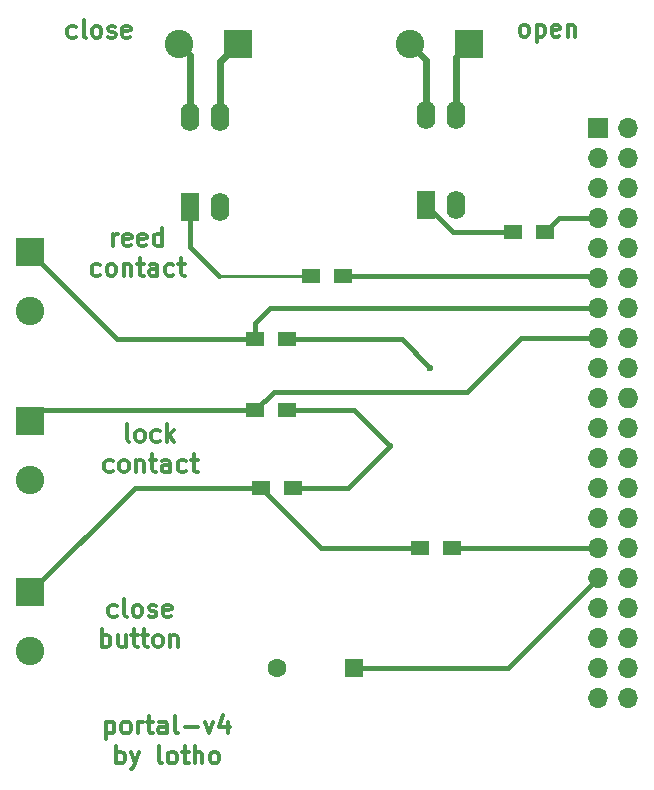
<source format=gtl>
G04 #@! TF.FileFunction,Copper,L1,Top,Signal*
%FSLAX46Y46*%
G04 Gerber Fmt 4.6, Leading zero omitted, Abs format (unit mm)*
G04 Created by KiCad (PCBNEW 4.0.7) date Fri Feb  2 23:20:03 2018*
%MOMM*%
%LPD*%
G01*
G04 APERTURE LIST*
%ADD10C,0.100000*%
%ADD11C,0.300000*%
%ADD12R,1.700000X1.700000*%
%ADD13O,1.700000X1.700000*%
%ADD14O,1.727200X1.727200*%
%ADD15R,1.600000X1.600000*%
%ADD16C,1.600000*%
%ADD17R,2.413000X2.413000*%
%ADD18C,2.413000*%
%ADD19R,1.500000X1.300000*%
%ADD20R,1.600000X2.400000*%
%ADD21O,1.600000X2.400000*%
%ADD22C,0.600000*%
%ADD23C,0.400000*%
%ADD24C,0.250000*%
%ADD25C,0.600000*%
G04 APERTURE END LIST*
D10*
D11*
X123308515Y-61795743D02*
X123165658Y-61867171D01*
X122879944Y-61867171D01*
X122737086Y-61795743D01*
X122665658Y-61724314D01*
X122594229Y-61581457D01*
X122594229Y-61152886D01*
X122665658Y-61010029D01*
X122737086Y-60938600D01*
X122879944Y-60867171D01*
X123165658Y-60867171D01*
X123308515Y-60938600D01*
X124165658Y-61867171D02*
X124022800Y-61795743D01*
X123951372Y-61652886D01*
X123951372Y-60367171D01*
X124951372Y-61867171D02*
X124808514Y-61795743D01*
X124737086Y-61724314D01*
X124665657Y-61581457D01*
X124665657Y-61152886D01*
X124737086Y-61010029D01*
X124808514Y-60938600D01*
X124951372Y-60867171D01*
X125165657Y-60867171D01*
X125308514Y-60938600D01*
X125379943Y-61010029D01*
X125451372Y-61152886D01*
X125451372Y-61581457D01*
X125379943Y-61724314D01*
X125308514Y-61795743D01*
X125165657Y-61867171D01*
X124951372Y-61867171D01*
X126022800Y-61795743D02*
X126165657Y-61867171D01*
X126451372Y-61867171D01*
X126594229Y-61795743D01*
X126665657Y-61652886D01*
X126665657Y-61581457D01*
X126594229Y-61438600D01*
X126451372Y-61367171D01*
X126237086Y-61367171D01*
X126094229Y-61295743D01*
X126022800Y-61152886D01*
X126022800Y-61081457D01*
X126094229Y-60938600D01*
X126237086Y-60867171D01*
X126451372Y-60867171D01*
X126594229Y-60938600D01*
X127879943Y-61795743D02*
X127737086Y-61867171D01*
X127451372Y-61867171D01*
X127308515Y-61795743D01*
X127237086Y-61652886D01*
X127237086Y-61081457D01*
X127308515Y-60938600D01*
X127451372Y-60867171D01*
X127737086Y-60867171D01*
X127879943Y-60938600D01*
X127951372Y-61081457D01*
X127951372Y-61224314D01*
X127237086Y-61367171D01*
X161164058Y-61765571D02*
X161021200Y-61694143D01*
X160949772Y-61622714D01*
X160878343Y-61479857D01*
X160878343Y-61051286D01*
X160949772Y-60908429D01*
X161021200Y-60837000D01*
X161164058Y-60765571D01*
X161378343Y-60765571D01*
X161521200Y-60837000D01*
X161592629Y-60908429D01*
X161664058Y-61051286D01*
X161664058Y-61479857D01*
X161592629Y-61622714D01*
X161521200Y-61694143D01*
X161378343Y-61765571D01*
X161164058Y-61765571D01*
X162306915Y-60765571D02*
X162306915Y-62265571D01*
X162306915Y-60837000D02*
X162449772Y-60765571D01*
X162735486Y-60765571D01*
X162878343Y-60837000D01*
X162949772Y-60908429D01*
X163021201Y-61051286D01*
X163021201Y-61479857D01*
X162949772Y-61622714D01*
X162878343Y-61694143D01*
X162735486Y-61765571D01*
X162449772Y-61765571D01*
X162306915Y-61694143D01*
X164235486Y-61694143D02*
X164092629Y-61765571D01*
X163806915Y-61765571D01*
X163664058Y-61694143D01*
X163592629Y-61551286D01*
X163592629Y-60979857D01*
X163664058Y-60837000D01*
X163806915Y-60765571D01*
X164092629Y-60765571D01*
X164235486Y-60837000D01*
X164306915Y-60979857D01*
X164306915Y-61122714D01*
X163592629Y-61265571D01*
X164949772Y-60765571D02*
X164949772Y-61765571D01*
X164949772Y-60908429D02*
X165021200Y-60837000D01*
X165164058Y-60765571D01*
X165378343Y-60765571D01*
X165521200Y-60837000D01*
X165592629Y-60979857D01*
X165592629Y-61765571D01*
X125860029Y-119764771D02*
X125860029Y-121264771D01*
X125860029Y-119836200D02*
X126002886Y-119764771D01*
X126288600Y-119764771D01*
X126431457Y-119836200D01*
X126502886Y-119907629D01*
X126574315Y-120050486D01*
X126574315Y-120479057D01*
X126502886Y-120621914D01*
X126431457Y-120693343D01*
X126288600Y-120764771D01*
X126002886Y-120764771D01*
X125860029Y-120693343D01*
X127431458Y-120764771D02*
X127288600Y-120693343D01*
X127217172Y-120621914D01*
X127145743Y-120479057D01*
X127145743Y-120050486D01*
X127217172Y-119907629D01*
X127288600Y-119836200D01*
X127431458Y-119764771D01*
X127645743Y-119764771D01*
X127788600Y-119836200D01*
X127860029Y-119907629D01*
X127931458Y-120050486D01*
X127931458Y-120479057D01*
X127860029Y-120621914D01*
X127788600Y-120693343D01*
X127645743Y-120764771D01*
X127431458Y-120764771D01*
X128574315Y-120764771D02*
X128574315Y-119764771D01*
X128574315Y-120050486D02*
X128645743Y-119907629D01*
X128717172Y-119836200D01*
X128860029Y-119764771D01*
X129002886Y-119764771D01*
X129288600Y-119764771D02*
X129860029Y-119764771D01*
X129502886Y-119264771D02*
X129502886Y-120550486D01*
X129574314Y-120693343D01*
X129717172Y-120764771D01*
X129860029Y-120764771D01*
X131002886Y-120764771D02*
X131002886Y-119979057D01*
X130931457Y-119836200D01*
X130788600Y-119764771D01*
X130502886Y-119764771D01*
X130360029Y-119836200D01*
X131002886Y-120693343D02*
X130860029Y-120764771D01*
X130502886Y-120764771D01*
X130360029Y-120693343D01*
X130288600Y-120550486D01*
X130288600Y-120407629D01*
X130360029Y-120264771D01*
X130502886Y-120193343D01*
X130860029Y-120193343D01*
X131002886Y-120121914D01*
X131931458Y-120764771D02*
X131788600Y-120693343D01*
X131717172Y-120550486D01*
X131717172Y-119264771D01*
X132502886Y-120193343D02*
X133645743Y-120193343D01*
X134217172Y-119764771D02*
X134574315Y-120764771D01*
X134931457Y-119764771D01*
X136145743Y-119764771D02*
X136145743Y-120764771D01*
X135788600Y-119193343D02*
X135431457Y-120264771D01*
X136360029Y-120264771D01*
X126717172Y-123314771D02*
X126717172Y-121814771D01*
X126717172Y-122386200D02*
X126860029Y-122314771D01*
X127145743Y-122314771D01*
X127288600Y-122386200D01*
X127360029Y-122457629D01*
X127431458Y-122600486D01*
X127431458Y-123029057D01*
X127360029Y-123171914D01*
X127288600Y-123243343D01*
X127145743Y-123314771D01*
X126860029Y-123314771D01*
X126717172Y-123243343D01*
X127931458Y-122314771D02*
X128288601Y-123314771D01*
X128645743Y-122314771D02*
X128288601Y-123314771D01*
X128145743Y-123671914D01*
X128074315Y-123743343D01*
X127931458Y-123814771D01*
X130574315Y-123314771D02*
X130431457Y-123243343D01*
X130360029Y-123100486D01*
X130360029Y-121814771D01*
X131360029Y-123314771D02*
X131217171Y-123243343D01*
X131145743Y-123171914D01*
X131074314Y-123029057D01*
X131074314Y-122600486D01*
X131145743Y-122457629D01*
X131217171Y-122386200D01*
X131360029Y-122314771D01*
X131574314Y-122314771D01*
X131717171Y-122386200D01*
X131788600Y-122457629D01*
X131860029Y-122600486D01*
X131860029Y-123029057D01*
X131788600Y-123171914D01*
X131717171Y-123243343D01*
X131574314Y-123314771D01*
X131360029Y-123314771D01*
X132288600Y-122314771D02*
X132860029Y-122314771D01*
X132502886Y-121814771D02*
X132502886Y-123100486D01*
X132574314Y-123243343D01*
X132717172Y-123314771D01*
X132860029Y-123314771D01*
X133360029Y-123314771D02*
X133360029Y-121814771D01*
X134002886Y-123314771D02*
X134002886Y-122529057D01*
X133931457Y-122386200D01*
X133788600Y-122314771D01*
X133574315Y-122314771D01*
X133431457Y-122386200D01*
X133360029Y-122457629D01*
X134931458Y-123314771D02*
X134788600Y-123243343D01*
X134717172Y-123171914D01*
X134645743Y-123029057D01*
X134645743Y-122600486D01*
X134717172Y-122457629D01*
X134788600Y-122386200D01*
X134931458Y-122314771D01*
X135145743Y-122314771D01*
X135288600Y-122386200D01*
X135360029Y-122457629D01*
X135431458Y-122600486D01*
X135431458Y-123029057D01*
X135360029Y-123171914D01*
X135288600Y-123243343D01*
X135145743Y-123314771D01*
X134931458Y-123314771D01*
X126452572Y-79464371D02*
X126452572Y-78464371D01*
X126452572Y-78750086D02*
X126524000Y-78607229D01*
X126595429Y-78535800D01*
X126738286Y-78464371D01*
X126881143Y-78464371D01*
X127952571Y-79392943D02*
X127809714Y-79464371D01*
X127524000Y-79464371D01*
X127381143Y-79392943D01*
X127309714Y-79250086D01*
X127309714Y-78678657D01*
X127381143Y-78535800D01*
X127524000Y-78464371D01*
X127809714Y-78464371D01*
X127952571Y-78535800D01*
X128024000Y-78678657D01*
X128024000Y-78821514D01*
X127309714Y-78964371D01*
X129238285Y-79392943D02*
X129095428Y-79464371D01*
X128809714Y-79464371D01*
X128666857Y-79392943D01*
X128595428Y-79250086D01*
X128595428Y-78678657D01*
X128666857Y-78535800D01*
X128809714Y-78464371D01*
X129095428Y-78464371D01*
X129238285Y-78535800D01*
X129309714Y-78678657D01*
X129309714Y-78821514D01*
X128595428Y-78964371D01*
X130595428Y-79464371D02*
X130595428Y-77964371D01*
X130595428Y-79392943D02*
X130452571Y-79464371D01*
X130166857Y-79464371D01*
X130023999Y-79392943D01*
X129952571Y-79321514D01*
X129881142Y-79178657D01*
X129881142Y-78750086D01*
X129952571Y-78607229D01*
X130023999Y-78535800D01*
X130166857Y-78464371D01*
X130452571Y-78464371D01*
X130595428Y-78535800D01*
X125345429Y-81942943D02*
X125202572Y-82014371D01*
X124916858Y-82014371D01*
X124774000Y-81942943D01*
X124702572Y-81871514D01*
X124631143Y-81728657D01*
X124631143Y-81300086D01*
X124702572Y-81157229D01*
X124774000Y-81085800D01*
X124916858Y-81014371D01*
X125202572Y-81014371D01*
X125345429Y-81085800D01*
X126202572Y-82014371D02*
X126059714Y-81942943D01*
X125988286Y-81871514D01*
X125916857Y-81728657D01*
X125916857Y-81300086D01*
X125988286Y-81157229D01*
X126059714Y-81085800D01*
X126202572Y-81014371D01*
X126416857Y-81014371D01*
X126559714Y-81085800D01*
X126631143Y-81157229D01*
X126702572Y-81300086D01*
X126702572Y-81728657D01*
X126631143Y-81871514D01*
X126559714Y-81942943D01*
X126416857Y-82014371D01*
X126202572Y-82014371D01*
X127345429Y-81014371D02*
X127345429Y-82014371D01*
X127345429Y-81157229D02*
X127416857Y-81085800D01*
X127559715Y-81014371D01*
X127774000Y-81014371D01*
X127916857Y-81085800D01*
X127988286Y-81228657D01*
X127988286Y-82014371D01*
X128488286Y-81014371D02*
X129059715Y-81014371D01*
X128702572Y-80514371D02*
X128702572Y-81800086D01*
X128774000Y-81942943D01*
X128916858Y-82014371D01*
X129059715Y-82014371D01*
X130202572Y-82014371D02*
X130202572Y-81228657D01*
X130131143Y-81085800D01*
X129988286Y-81014371D01*
X129702572Y-81014371D01*
X129559715Y-81085800D01*
X130202572Y-81942943D02*
X130059715Y-82014371D01*
X129702572Y-82014371D01*
X129559715Y-81942943D01*
X129488286Y-81800086D01*
X129488286Y-81657229D01*
X129559715Y-81514371D01*
X129702572Y-81442943D01*
X130059715Y-81442943D01*
X130202572Y-81371514D01*
X131559715Y-81942943D02*
X131416858Y-82014371D01*
X131131144Y-82014371D01*
X130988286Y-81942943D01*
X130916858Y-81871514D01*
X130845429Y-81728657D01*
X130845429Y-81300086D01*
X130916858Y-81157229D01*
X130988286Y-81085800D01*
X131131144Y-81014371D01*
X131416858Y-81014371D01*
X131559715Y-81085800D01*
X131988286Y-81014371D02*
X132559715Y-81014371D01*
X132202572Y-80514371D02*
X132202572Y-81800086D01*
X132274000Y-81942943D01*
X132416858Y-82014371D01*
X132559715Y-82014371D01*
X126762915Y-110812743D02*
X126620058Y-110884171D01*
X126334344Y-110884171D01*
X126191486Y-110812743D01*
X126120058Y-110741314D01*
X126048629Y-110598457D01*
X126048629Y-110169886D01*
X126120058Y-110027029D01*
X126191486Y-109955600D01*
X126334344Y-109884171D01*
X126620058Y-109884171D01*
X126762915Y-109955600D01*
X127620058Y-110884171D02*
X127477200Y-110812743D01*
X127405772Y-110669886D01*
X127405772Y-109384171D01*
X128405772Y-110884171D02*
X128262914Y-110812743D01*
X128191486Y-110741314D01*
X128120057Y-110598457D01*
X128120057Y-110169886D01*
X128191486Y-110027029D01*
X128262914Y-109955600D01*
X128405772Y-109884171D01*
X128620057Y-109884171D01*
X128762914Y-109955600D01*
X128834343Y-110027029D01*
X128905772Y-110169886D01*
X128905772Y-110598457D01*
X128834343Y-110741314D01*
X128762914Y-110812743D01*
X128620057Y-110884171D01*
X128405772Y-110884171D01*
X129477200Y-110812743D02*
X129620057Y-110884171D01*
X129905772Y-110884171D01*
X130048629Y-110812743D01*
X130120057Y-110669886D01*
X130120057Y-110598457D01*
X130048629Y-110455600D01*
X129905772Y-110384171D01*
X129691486Y-110384171D01*
X129548629Y-110312743D01*
X129477200Y-110169886D01*
X129477200Y-110098457D01*
X129548629Y-109955600D01*
X129691486Y-109884171D01*
X129905772Y-109884171D01*
X130048629Y-109955600D01*
X131334343Y-110812743D02*
X131191486Y-110884171D01*
X130905772Y-110884171D01*
X130762915Y-110812743D01*
X130691486Y-110669886D01*
X130691486Y-110098457D01*
X130762915Y-109955600D01*
X130905772Y-109884171D01*
X131191486Y-109884171D01*
X131334343Y-109955600D01*
X131405772Y-110098457D01*
X131405772Y-110241314D01*
X130691486Y-110384171D01*
X125512914Y-113434171D02*
X125512914Y-111934171D01*
X125512914Y-112505600D02*
X125655771Y-112434171D01*
X125941485Y-112434171D01*
X126084342Y-112505600D01*
X126155771Y-112577029D01*
X126227200Y-112719886D01*
X126227200Y-113148457D01*
X126155771Y-113291314D01*
X126084342Y-113362743D01*
X125941485Y-113434171D01*
X125655771Y-113434171D01*
X125512914Y-113362743D01*
X127512914Y-112434171D02*
X127512914Y-113434171D01*
X126870057Y-112434171D02*
X126870057Y-113219886D01*
X126941485Y-113362743D01*
X127084343Y-113434171D01*
X127298628Y-113434171D01*
X127441485Y-113362743D01*
X127512914Y-113291314D01*
X128012914Y-112434171D02*
X128584343Y-112434171D01*
X128227200Y-111934171D02*
X128227200Y-113219886D01*
X128298628Y-113362743D01*
X128441486Y-113434171D01*
X128584343Y-113434171D01*
X128870057Y-112434171D02*
X129441486Y-112434171D01*
X129084343Y-111934171D02*
X129084343Y-113219886D01*
X129155771Y-113362743D01*
X129298629Y-113434171D01*
X129441486Y-113434171D01*
X130155772Y-113434171D02*
X130012914Y-113362743D01*
X129941486Y-113291314D01*
X129870057Y-113148457D01*
X129870057Y-112719886D01*
X129941486Y-112577029D01*
X130012914Y-112505600D01*
X130155772Y-112434171D01*
X130370057Y-112434171D01*
X130512914Y-112505600D01*
X130584343Y-112577029D01*
X130655772Y-112719886D01*
X130655772Y-113148457D01*
X130584343Y-113291314D01*
X130512914Y-113362743D01*
X130370057Y-113434171D01*
X130155772Y-113434171D01*
X131298629Y-112434171D02*
X131298629Y-113434171D01*
X131298629Y-112577029D02*
X131370057Y-112505600D01*
X131512915Y-112434171D01*
X131727200Y-112434171D01*
X131870057Y-112505600D01*
X131941486Y-112648457D01*
X131941486Y-113434171D01*
X127840801Y-96075971D02*
X127697943Y-96004543D01*
X127626515Y-95861686D01*
X127626515Y-94575971D01*
X128626515Y-96075971D02*
X128483657Y-96004543D01*
X128412229Y-95933114D01*
X128340800Y-95790257D01*
X128340800Y-95361686D01*
X128412229Y-95218829D01*
X128483657Y-95147400D01*
X128626515Y-95075971D01*
X128840800Y-95075971D01*
X128983657Y-95147400D01*
X129055086Y-95218829D01*
X129126515Y-95361686D01*
X129126515Y-95790257D01*
X129055086Y-95933114D01*
X128983657Y-96004543D01*
X128840800Y-96075971D01*
X128626515Y-96075971D01*
X130412229Y-96004543D02*
X130269372Y-96075971D01*
X129983658Y-96075971D01*
X129840800Y-96004543D01*
X129769372Y-95933114D01*
X129697943Y-95790257D01*
X129697943Y-95361686D01*
X129769372Y-95218829D01*
X129840800Y-95147400D01*
X129983658Y-95075971D01*
X130269372Y-95075971D01*
X130412229Y-95147400D01*
X131055086Y-96075971D02*
X131055086Y-94575971D01*
X131197943Y-95504543D02*
X131626514Y-96075971D01*
X131626514Y-95075971D02*
X131055086Y-95647400D01*
X126412229Y-98554543D02*
X126269372Y-98625971D01*
X125983658Y-98625971D01*
X125840800Y-98554543D01*
X125769372Y-98483114D01*
X125697943Y-98340257D01*
X125697943Y-97911686D01*
X125769372Y-97768829D01*
X125840800Y-97697400D01*
X125983658Y-97625971D01*
X126269372Y-97625971D01*
X126412229Y-97697400D01*
X127269372Y-98625971D02*
X127126514Y-98554543D01*
X127055086Y-98483114D01*
X126983657Y-98340257D01*
X126983657Y-97911686D01*
X127055086Y-97768829D01*
X127126514Y-97697400D01*
X127269372Y-97625971D01*
X127483657Y-97625971D01*
X127626514Y-97697400D01*
X127697943Y-97768829D01*
X127769372Y-97911686D01*
X127769372Y-98340257D01*
X127697943Y-98483114D01*
X127626514Y-98554543D01*
X127483657Y-98625971D01*
X127269372Y-98625971D01*
X128412229Y-97625971D02*
X128412229Y-98625971D01*
X128412229Y-97768829D02*
X128483657Y-97697400D01*
X128626515Y-97625971D01*
X128840800Y-97625971D01*
X128983657Y-97697400D01*
X129055086Y-97840257D01*
X129055086Y-98625971D01*
X129555086Y-97625971D02*
X130126515Y-97625971D01*
X129769372Y-97125971D02*
X129769372Y-98411686D01*
X129840800Y-98554543D01*
X129983658Y-98625971D01*
X130126515Y-98625971D01*
X131269372Y-98625971D02*
X131269372Y-97840257D01*
X131197943Y-97697400D01*
X131055086Y-97625971D01*
X130769372Y-97625971D01*
X130626515Y-97697400D01*
X131269372Y-98554543D02*
X131126515Y-98625971D01*
X130769372Y-98625971D01*
X130626515Y-98554543D01*
X130555086Y-98411686D01*
X130555086Y-98268829D01*
X130626515Y-98125971D01*
X130769372Y-98054543D01*
X131126515Y-98054543D01*
X131269372Y-97983114D01*
X132626515Y-98554543D02*
X132483658Y-98625971D01*
X132197944Y-98625971D01*
X132055086Y-98554543D01*
X131983658Y-98483114D01*
X131912229Y-98340257D01*
X131912229Y-97911686D01*
X131983658Y-97768829D01*
X132055086Y-97697400D01*
X132197944Y-97625971D01*
X132483658Y-97625971D01*
X132626515Y-97697400D01*
X133055086Y-97625971D02*
X133626515Y-97625971D01*
X133269372Y-97125971D02*
X133269372Y-98411686D01*
X133340800Y-98554543D01*
X133483658Y-98625971D01*
X133626515Y-98625971D01*
D12*
X167513000Y-69469000D03*
D13*
X170053000Y-69469000D03*
X167513000Y-72009000D03*
X170053000Y-72009000D03*
X167513000Y-74549000D03*
X170053000Y-74549000D03*
X167513000Y-77089000D03*
X170053000Y-77089000D03*
X167513000Y-79629000D03*
X170053000Y-79629000D03*
X167513000Y-82169000D03*
X170053000Y-82169000D03*
X167513000Y-84709000D03*
X170053000Y-84709000D03*
X167513000Y-87249000D03*
X170053000Y-87249000D03*
X167513000Y-89789000D03*
X170053000Y-89789000D03*
X167513000Y-92329000D03*
D14*
X170053000Y-92329000D03*
D13*
X167513000Y-94869000D03*
X170053000Y-94869000D03*
X167513000Y-97409000D03*
X170053000Y-97409000D03*
X167513000Y-99949000D03*
X170053000Y-99949000D03*
X167513000Y-102489000D03*
X170053000Y-102489000D03*
X167513000Y-105029000D03*
X170053000Y-105029000D03*
X167513000Y-107569000D03*
X170053000Y-107569000D03*
X167513000Y-110109000D03*
X170053000Y-110109000D03*
X167513000Y-112649000D03*
X170053000Y-112649000D03*
X167513000Y-115189000D03*
X170053000Y-115189000D03*
X167513000Y-117729000D03*
X170053000Y-117729000D03*
D15*
X146862800Y-115214400D03*
D16*
X140362800Y-115214400D03*
D17*
X156565600Y-62382400D03*
D18*
X151565600Y-62382400D03*
D17*
X137007600Y-62357000D03*
D18*
X132007600Y-62357000D03*
D17*
X119405400Y-80010000D03*
D18*
X119405400Y-85010000D03*
D17*
X119456200Y-108788200D03*
D18*
X119456200Y-113788200D03*
D17*
X119405400Y-94335600D03*
D18*
X119405400Y-99335600D03*
D19*
X163021000Y-78308200D03*
X160321000Y-78308200D03*
X145901400Y-82042000D03*
X143201400Y-82042000D03*
X141151600Y-87401400D03*
X138451600Y-87401400D03*
X141659600Y-99974400D03*
X138959600Y-99974400D03*
X155121600Y-105054400D03*
X152421600Y-105054400D03*
X141151600Y-93421200D03*
X138451600Y-93421200D03*
D20*
X152908000Y-76022200D03*
D21*
X155448000Y-68402200D03*
X155448000Y-76022200D03*
X152908000Y-68402200D03*
D20*
X132994400Y-76200000D03*
D21*
X135534400Y-68580000D03*
X135534400Y-76200000D03*
X132994400Y-68580000D03*
D22*
X149860000Y-96443800D03*
X153289000Y-89789000D03*
D23*
X167513000Y-77089000D02*
X164240200Y-77089000D01*
X164240200Y-77089000D02*
X163021000Y-78308200D01*
D24*
X167259000Y-77343000D02*
X167513000Y-77089000D01*
X167513000Y-77089000D02*
X167259000Y-77089000D01*
X167513000Y-77089000D02*
X167513000Y-76898500D01*
X167513000Y-77089000D02*
X167227300Y-77089000D01*
X167227300Y-77089000D02*
X167132000Y-77089000D01*
D25*
X155448000Y-68402200D02*
X155448000Y-63500000D01*
X155448000Y-63500000D02*
X156565600Y-62382400D01*
D24*
X167513000Y-79629000D02*
X167322500Y-79629000D01*
D25*
X152908000Y-68402200D02*
X152908000Y-63724800D01*
X152908000Y-63724800D02*
X151565600Y-62382400D01*
D23*
X145901400Y-82042000D02*
X167386000Y-82042000D01*
D24*
X167386000Y-82042000D02*
X167513000Y-82169000D01*
X167513000Y-82169000D02*
X166878000Y-82169000D01*
D25*
X135534400Y-68580000D02*
X135534400Y-63830200D01*
X135534400Y-63830200D02*
X137007600Y-62357000D01*
X132994400Y-68580000D02*
X132994400Y-63343800D01*
X132994400Y-63343800D02*
X132007600Y-62357000D01*
D23*
X138451600Y-87401400D02*
X126796800Y-87401400D01*
X126796800Y-87401400D02*
X119405400Y-80010000D01*
X138451600Y-87401400D02*
X138451600Y-86033600D01*
X139776200Y-84709000D02*
X167513000Y-84709000D01*
X138451600Y-86033600D02*
X139776200Y-84709000D01*
X155121600Y-105054400D02*
X167487600Y-105054400D01*
D24*
X167487600Y-105054400D02*
X167513000Y-105029000D01*
D23*
X146862800Y-115214400D02*
X159867600Y-115214400D01*
X159867600Y-115214400D02*
X167513000Y-107569000D01*
X160321000Y-78308200D02*
X155194000Y-78308200D01*
X155194000Y-78308200D02*
X152908000Y-76022200D01*
X132994400Y-76200000D02*
X132994400Y-79578200D01*
D24*
X135458200Y-82042000D02*
X143201400Y-82042000D01*
D23*
X132994400Y-79578200D02*
X135458200Y-82042000D01*
X141659600Y-99974400D02*
X146329400Y-99974400D01*
X146329400Y-99974400D02*
X149860000Y-96443800D01*
X146837400Y-93421200D02*
X141151600Y-93421200D01*
X149860000Y-96443800D02*
X146837400Y-93421200D01*
X150901400Y-87401400D02*
X141151600Y-87401400D01*
X153289000Y-89789000D02*
X150901400Y-87401400D01*
D24*
X170053000Y-69469000D02*
X170053000Y-68897500D01*
X170053000Y-69469000D02*
X170053000Y-69088000D01*
X170053000Y-69088000D02*
X170053000Y-68707000D01*
D23*
X138959600Y-99974400D02*
X128270000Y-99974400D01*
X128270000Y-99974400D02*
X119456200Y-108788200D01*
X152421600Y-105054400D02*
X144039600Y-105054400D01*
X144039600Y-105054400D02*
X138959600Y-99974400D01*
X138451600Y-93421200D02*
X120319800Y-93421200D01*
X120319800Y-93421200D02*
X119405400Y-94335600D01*
X167513000Y-87249000D02*
X161010600Y-87249000D01*
X140051800Y-91821000D02*
X138451600Y-93421200D01*
X156438600Y-91821000D02*
X140051800Y-91821000D01*
X161010600Y-87249000D02*
X156438600Y-91821000D01*
M02*

</source>
